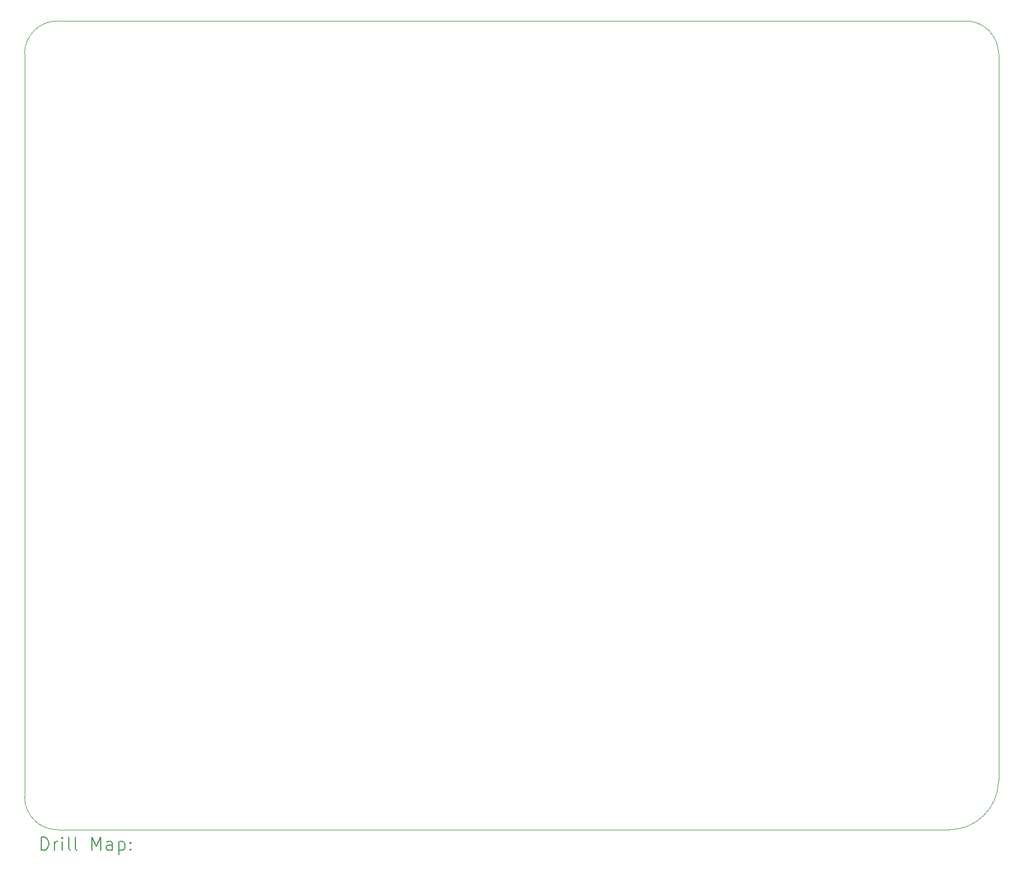
<source format=gbr>
%TF.GenerationSoftware,KiCad,Pcbnew,8.0.6*%
%TF.CreationDate,2024-12-10T16:09:20-05:00*%
%TF.ProjectId,Telem_PWR_Board,54656c65-6d5f-4505-9752-5f426f617264,rev?*%
%TF.SameCoordinates,Original*%
%TF.FileFunction,Drillmap*%
%TF.FilePolarity,Positive*%
%FSLAX45Y45*%
G04 Gerber Fmt 4.5, Leading zero omitted, Abs format (unit mm)*
G04 Created by KiCad (PCBNEW 8.0.6) date 2024-12-10 16:09:20*
%MOMM*%
%LPD*%
G01*
G04 APERTURE LIST*
%ADD10C,0.050000*%
%ADD11C,0.200000*%
G04 APERTURE END LIST*
D10*
X23114000Y-25654000D02*
G75*
G02*
X22606000Y-25146000I0J508000D01*
G01*
X22606000Y-19558000D02*
X22606000Y-13716000D01*
X36830000Y-25654000D02*
X23114000Y-25654000D01*
X37592000Y-13716000D02*
X37592000Y-24892000D01*
X23114000Y-13208000D02*
X37084000Y-13208000D01*
X37084000Y-13208000D02*
G75*
G02*
X37592000Y-13716000I0J-508000D01*
G01*
X22606000Y-13716000D02*
G75*
G02*
X23114000Y-13208000I508000J0D01*
G01*
X22606000Y-25146000D02*
X22606000Y-19558000D01*
X37592000Y-24892000D02*
G75*
G02*
X36830000Y-25654000I-762000J0D01*
G01*
D11*
X22864277Y-25967984D02*
X22864277Y-25767984D01*
X22864277Y-25767984D02*
X22911896Y-25767984D01*
X22911896Y-25767984D02*
X22940467Y-25777508D01*
X22940467Y-25777508D02*
X22959515Y-25796555D01*
X22959515Y-25796555D02*
X22969039Y-25815603D01*
X22969039Y-25815603D02*
X22978562Y-25853698D01*
X22978562Y-25853698D02*
X22978562Y-25882269D01*
X22978562Y-25882269D02*
X22969039Y-25920365D01*
X22969039Y-25920365D02*
X22959515Y-25939412D01*
X22959515Y-25939412D02*
X22940467Y-25958460D01*
X22940467Y-25958460D02*
X22911896Y-25967984D01*
X22911896Y-25967984D02*
X22864277Y-25967984D01*
X23064277Y-25967984D02*
X23064277Y-25834650D01*
X23064277Y-25872746D02*
X23073801Y-25853698D01*
X23073801Y-25853698D02*
X23083324Y-25844174D01*
X23083324Y-25844174D02*
X23102372Y-25834650D01*
X23102372Y-25834650D02*
X23121420Y-25834650D01*
X23188086Y-25967984D02*
X23188086Y-25834650D01*
X23188086Y-25767984D02*
X23178562Y-25777508D01*
X23178562Y-25777508D02*
X23188086Y-25787031D01*
X23188086Y-25787031D02*
X23197610Y-25777508D01*
X23197610Y-25777508D02*
X23188086Y-25767984D01*
X23188086Y-25767984D02*
X23188086Y-25787031D01*
X23311896Y-25967984D02*
X23292848Y-25958460D01*
X23292848Y-25958460D02*
X23283324Y-25939412D01*
X23283324Y-25939412D02*
X23283324Y-25767984D01*
X23416658Y-25967984D02*
X23397610Y-25958460D01*
X23397610Y-25958460D02*
X23388086Y-25939412D01*
X23388086Y-25939412D02*
X23388086Y-25767984D01*
X23645229Y-25967984D02*
X23645229Y-25767984D01*
X23645229Y-25767984D02*
X23711896Y-25910841D01*
X23711896Y-25910841D02*
X23778562Y-25767984D01*
X23778562Y-25767984D02*
X23778562Y-25967984D01*
X23959515Y-25967984D02*
X23959515Y-25863222D01*
X23959515Y-25863222D02*
X23949991Y-25844174D01*
X23949991Y-25844174D02*
X23930943Y-25834650D01*
X23930943Y-25834650D02*
X23892848Y-25834650D01*
X23892848Y-25834650D02*
X23873801Y-25844174D01*
X23959515Y-25958460D02*
X23940467Y-25967984D01*
X23940467Y-25967984D02*
X23892848Y-25967984D01*
X23892848Y-25967984D02*
X23873801Y-25958460D01*
X23873801Y-25958460D02*
X23864277Y-25939412D01*
X23864277Y-25939412D02*
X23864277Y-25920365D01*
X23864277Y-25920365D02*
X23873801Y-25901317D01*
X23873801Y-25901317D02*
X23892848Y-25891793D01*
X23892848Y-25891793D02*
X23940467Y-25891793D01*
X23940467Y-25891793D02*
X23959515Y-25882269D01*
X24054753Y-25834650D02*
X24054753Y-26034650D01*
X24054753Y-25844174D02*
X24073801Y-25834650D01*
X24073801Y-25834650D02*
X24111896Y-25834650D01*
X24111896Y-25834650D02*
X24130943Y-25844174D01*
X24130943Y-25844174D02*
X24140467Y-25853698D01*
X24140467Y-25853698D02*
X24149991Y-25872746D01*
X24149991Y-25872746D02*
X24149991Y-25929888D01*
X24149991Y-25929888D02*
X24140467Y-25948936D01*
X24140467Y-25948936D02*
X24130943Y-25958460D01*
X24130943Y-25958460D02*
X24111896Y-25967984D01*
X24111896Y-25967984D02*
X24073801Y-25967984D01*
X24073801Y-25967984D02*
X24054753Y-25958460D01*
X24235705Y-25948936D02*
X24245229Y-25958460D01*
X24245229Y-25958460D02*
X24235705Y-25967984D01*
X24235705Y-25967984D02*
X24226182Y-25958460D01*
X24226182Y-25958460D02*
X24235705Y-25948936D01*
X24235705Y-25948936D02*
X24235705Y-25967984D01*
X24235705Y-25844174D02*
X24245229Y-25853698D01*
X24245229Y-25853698D02*
X24235705Y-25863222D01*
X24235705Y-25863222D02*
X24226182Y-25853698D01*
X24226182Y-25853698D02*
X24235705Y-25844174D01*
X24235705Y-25844174D02*
X24235705Y-25863222D01*
M02*

</source>
